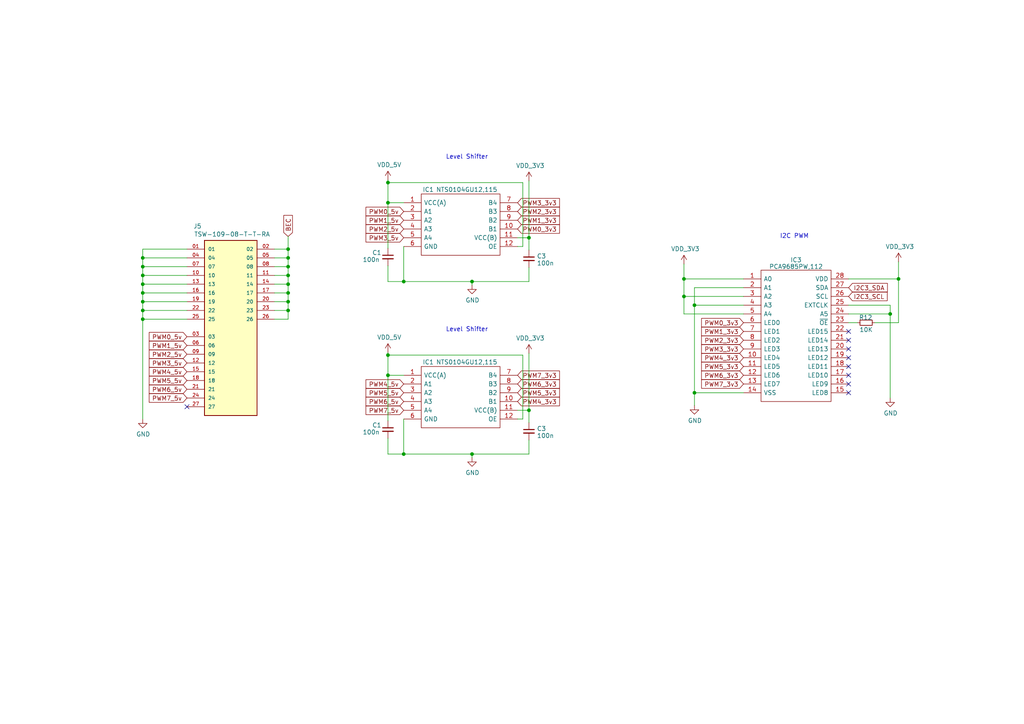
<source format=kicad_sch>
(kicad_sch (version 20230121) (generator eeschema)
  (paper "A4")
  (lib_symbols
    (symbol "Connector:TSW-109-08-T-T-RA" (pin_names (offset 1.016))
      (property "Reference" "J" (at -8.12 25.4 0))
      (property "Value" "TSW-109-08-T-T-RA" (at -7.62 -27.94 0))
      (symbol "TSW-109-08-T-T-RA_0_0"
        (rectangle (start -7.62 25.4) (end 7.62 -25.4) (stroke (width 0.254)) (fill (type background)))
        (pin passive line (at -12.7 22.86 0) (length 5.08) (name "01") (number "01"))
        (pin passive line (at 12.7 22.86 180) (length 5.08) (name "02") (number "02"))
        (pin passive line (at -12.7 -2.54 0) (length 5.08) (name "03") (number "03"))
        (pin passive line (at -12.7 20.32 0) (length 5.08) (name "04") (number "04"))
        (pin passive line (at 12.7 20.32 180) (length 5.08) (name "05") (number "05"))
        (pin passive line (at -12.7 -5.08 0) (length 5.08) (name "06") (number "06"))
        (pin passive line (at -12.7 17.78 0) (length 5.08) (name "07") (number "07"))
        (pin passive line (at 12.7 17.78 180) (length 5.08) (name "08") (number "08"))
        (pin passive line (at -12.7 -7.62 0) (length 5.08) (name "09") (number "09"))
        (pin passive line (at -12.7 15.24 0) (length 5.08) (name "10") (number "10"))
        (pin passive line (at 12.7 15.24 180) (length 5.08) (name "11") (number "11"))
        (pin passive line (at -12.7 -10.16 0) (length 5.08) (name "12") (number "12"))
        (pin passive line (at -12.7 12.7 0) (length 5.08) (name "13") (number "13"))
        (pin passive line (at 12.7 12.7 180) (length 5.08) (name "14") (number "14"))
        (pin passive line (at -12.7 -12.7 0) (length 5.08) (name "15") (number "15"))
        (pin passive line (at -12.7 10.16 0) (length 5.08) (name "16") (number "16"))
        (pin passive line (at 12.7 10.16 180) (length 5.08) (name "17") (number "17"))
        (pin passive line (at -12.7 -15.24 0) (length 5.08) (name "18") (number "18"))
        (pin passive line (at -12.7 7.62 0) (length 5.08) (name "19") (number "19"))
        (pin passive line (at 12.7 7.62 180) (length 5.08) (name "20") (number "20"))
        (pin passive line (at -12.7 -17.78 0) (length 5.08) (name "21") (number "21"))
        (pin passive line (at -12.7 5.08 0) (length 5.08) (name "22") (number "22"))
        (pin passive line (at 12.7 5.08 180) (length 5.08) (name "23") (number "23"))
        (pin passive line (at -12.7 -20.32 0) (length 5.08) (name "24") (number "24"))
        (pin passive line (at -12.7 2.54 0) (length 5.08) (name "25") (number "25"))
        (pin passive line (at 12.7 2.54 180) (length 5.08) (name "26") (number "26"))
        (pin passive line (at -12.7 -22.86 0) (length 5.08) (name "27") (number "27"))
      )
    )
    (symbol "Device:C_Small" (pin_numbers hide) (pin_names (offset 0.254) hide)
      (property "Reference" "C" (at 0.254 1.778 0))
      (property "Value" "C_Small" (at 0.254 -2.032 0))
      (symbol "C_Small_0_1"
        (polyline (pts (xy -1.524 -0.508) (xy 1.524 -0.508)) (stroke (width 0.3302)))
        (polyline (pts (xy -1.524 0.508) (xy 1.524 0.508)) (stroke (width 0.3048)))
      )
      (symbol "C_Small_1_1"
        (pin passive line (at 0 2.54 270) (length 2.032) (name "~") (number "1"))
        (pin passive line (at 0 -2.54 90) (length 2.032) (name "~") (number "2"))
      )
    )
    (symbol "Device:PCA9685PW,112" (pin_names (offset 0.762))
      (property "Reference" "IC" (at 26.67 7.62 0))
      (property "Value" "PCA9685PW,112" (at 26.67 5.08 0))
      (symbol "PCA9685PW,112_0_0"
        (pin passive line (at 0 0 0) (length 5.08) (name "A0") (number "1"))
        (pin passive line (at 0 -22.86 0) (length 5.08) (name "LED4") (number "10"))
        (pin passive line (at 0 -25.4 0) (length 5.08) (name "LED5") (number "11"))
        (pin passive line (at 0 -27.94 0) (length 5.08) (name "LED6") (number "12"))
        (pin passive line (at 0 -30.48 0) (length 5.08) (name "LED7") (number "13"))
        (pin passive line (at 0 -33.02 0) (length 5.08) (name "VSS") (number "14"))
        (pin passive line (at 30.48 -33.02 180) (length 5.08) (name "LED8") (number "15"))
        (pin passive line (at 30.48 -30.48 180) (length 5.08) (name "LED9") (number "16"))
        (pin passive line (at 30.48 -27.94 180) (length 5.08) (name "LED10") (number "17"))
        (pin passive line (at 30.48 -25.4 180) (length 5.08) (name "LED11") (number "18"))
        (pin passive line (at 30.48 -22.86 180) (length 5.08) (name "LED12") (number "19"))
        (pin passive line (at 0 -2.54 0) (length 5.08) (name "A1") (number "2"))
        (pin passive line (at 30.48 -20.32 180) (length 5.08) (name "LED13") (number "20"))
        (pin passive line (at 30.48 -17.78 180) (length 5.08) (name "LED14") (number "21"))
        (pin passive line (at 30.48 -15.24 180) (length 5.08) (name "LED15") (number "22"))
        (pin passive line (at 30.48 -12.7 180) (length 5.08) (name "~{OE}") (number "23"))
        (pin passive line (at 30.48 -10.16 180) (length 5.08) (name "A5") (number "24"))
        (pin passive line (at 30.48 -7.62 180) (length 5.08) (name "EXTCLK") (number "25"))
        (pin passive line (at 30.48 -5.08 180) (length 5.08) (name "SCL") (number "26"))
        (pin passive line (at 30.48 -2.54 180) (length 5.08) (name "SDA") (number "27"))
        (pin passive line (at 30.48 0 180) (length 5.08) (name "VDD") (number "28"))
        (pin passive line (at 0 -5.08 0) (length 5.08) (name "A2") (number "3"))
        (pin passive line (at 0 -7.62 0) (length 5.08) (name "A3") (number "4"))
        (pin passive line (at 0 -10.16 0) (length 5.08) (name "A4") (number "5"))
        (pin passive line (at 0 -12.7 0) (length 5.08) (name "LED0") (number "6"))
        (pin passive line (at 0 -15.24 0) (length 5.08) (name "LED1") (number "7"))
        (pin passive line (at 0 -17.78 0) (length 5.08) (name "LED2") (number "8"))
        (pin passive line (at 0 -20.32 0) (length 5.08) (name "LED3") (number "9"))
      )
      (symbol "PCA9685PW,112_0_1"
        (polyline (pts (xy 5.08 2.54) (xy 25.4 2.54) (xy 25.4 -35.56) (xy 5.08 -35.56) (xy 5.08 2.54)) (stroke (width 0.1524)))
      )
    )
    (symbol "Device:R_Small" (pin_numbers hide) (pin_names (offset 0.254) hide)
      (property "Reference" "R" (at 0.762 0.508 0))
      (property "Value" "R_Small" (at 0.762 -1.016 0))
      (symbol "R_Small_0_1"
        (rectangle (start -0.762 1.778) (end 0.762 -1.778) (stroke (width 0.2032)))
      )
      (symbol "R_Small_1_1"
        (pin passive line (at 0 2.54 270) (length 0.762) (name "~") (number "1"))
        (pin passive line (at 0 -2.54 90) (length 0.762) (name "~") (number "2"))
      )
    )
    (symbol "ares-m-daughterboard:NTS0104GU12,115" (pin_names (offset 0.762))
      (property "Reference" "IC" (at 29.21 7.62 0))
      (property "Value" "NTS0104GU12,115" (at 29.21 5.08 0))
      (symbol "NTS0104GU12,115_0_0"
        (pin passive line (at 0 0 0) (length 5.08) (name "VCC(A)") (number "1"))
        (pin passive line (at 33.02 -7.62 180) (length 5.08) (name "B1") (number "10"))
        (pin passive line (at 33.02 -10.16 180) (length 5.08) (name "VCC(B)") (number "11"))
        (pin passive line (at 33.02 -12.7 180) (length 5.08) (name "OE") (number "12"))
        (pin passive line (at 0 -2.54 0) (length 5.08) (name "A1") (number "2"))
        (pin passive line (at 0 -5.08 0) (length 5.08) (name "A2") (number "3"))
        (pin passive line (at 0 -7.62 0) (length 5.08) (name "A3") (number "4"))
        (pin passive line (at 0 -10.16 0) (length 5.08) (name "A4") (number "5"))
        (pin passive line (at 0 -12.7 0) (length 5.08) (name "GND") (number "6"))
        (pin passive line (at 33.02 0 180) (length 5.08) (name "B4") (number "7"))
        (pin passive line (at 33.02 -2.54 180) (length 5.08) (name "B3") (number "8"))
        (pin passive line (at 33.02 -5.08 180) (length 5.08) (name "B2") (number "9"))
      )
      (symbol "NTS0104GU12,115_0_1"
        (polyline (pts (xy 5.08 2.54) (xy 27.94 2.54) (xy 27.94 -15.24) (xy 5.08 -15.24) (xy 5.08 2.54)) (stroke (width 0.1524)))
      )
    )
    (symbol "kimchi_ulid:VDD_3V3" (power) (pin_names (offset 0))
      (property "Value" "VDD_3V3" (at 0 3.556 0))
      (symbol "VDD_3V3_0_1"
        (polyline (pts (xy -0.762 1.27) (xy 0 2.54)))
        (polyline (pts (xy 0 0) (xy 0 2.54)))
        (polyline (pts (xy 0 2.54) (xy 0.762 1.27)))
      )
      (symbol "VDD_3V3_1_1"
        (pin power_in line (at 0 0 90) (length 0) hide (name "VDD_3V3") (number "1"))
      )
    )
    (symbol "kimchi_ulid:VDD_5V" (power) (pin_names (offset 0))
      (property "Value" "VDD_5V" (at 0 3.556 0))
      (symbol "VDD_5V_0_1"
        (polyline (pts (xy -0.762 1.27) (xy 0 2.54)))
        (polyline (pts (xy 0 0) (xy 0 2.54)))
        (polyline (pts (xy 0 2.54) (xy 0.762 1.27)))
      )
      (symbol "VDD_5V_1_1"
        (pin power_in line (at 0 0 90) (length 0) hide (name "VDD_5V") (number "1"))
      )
    )
    (symbol "power:GND" (power) (pin_names (offset 0))
      (property "Value" "GND" (at 0 -3.81 0))
      (symbol "GND_0_1"
        (polyline (pts (xy 0 0) (xy 0 -1.27) (xy 1.27 -1.27) (xy 0 -2.54) (xy -1.27 -1.27) (xy 0 -1.27)))
      )
      (symbol "GND_1_1"
        (pin power_in line (at 0 0 270) (length 0) hide (name "GND") (number "1"))
      )
    )
  )
  (junction (at 136.906 131.699))
  (junction (at 117.094 131.699))
  (junction (at 153.416 68.961))
  (junction (at 153.416 118.999))
  (junction (at 41.402 79.883))
  (junction (at 201.422 113.919))
  (junction (at 136.906 81.661))
  (junction (at 41.402 74.803))
  (junction (at 112.522 58.801))
  (junction (at 83.566 72.263))
  (junction (at 198.374 85.979))
  (junction (at 198.374 80.899))
  (junction (at 83.566 90.043))
  (junction (at 258.191 91.059))
  (junction (at 83.566 82.423))
  (junction (at 83.566 77.343))
  (junction (at 41.402 92.583))
  (junction (at 41.402 84.963))
  (junction (at 83.566 84.963))
  (junction (at 260.604 80.899))
  (junction (at 41.402 87.503))
  (junction (at 41.402 77.343))
  (junction (at 41.402 90.043))
  (junction (at 201.422 88.519))
  (junction (at 112.522 102.997))
  (junction (at 83.566 74.803))
  (junction (at 117.094 81.661))
  (junction (at 83.566 79.883))
  (junction (at 41.402 82.423))
  (junction (at 83.566 87.503))
  (junction (at 112.522 108.839))
  (junction (at 112.522 52.959))
  (no_connect (at 246.126 98.679))
  (no_connect (at 246.126 113.919))
  (no_connect (at 54.229 117.983))
  (no_connect (at 246.126 103.759))
  (no_connect (at 246.126 111.379))
  (no_connect (at 246.126 96.139))
  (no_connect (at 246.126 106.299))
  (no_connect (at 246.126 101.219))
  (no_connect (at 246.126 108.839))
  (wire (pts (xy 112.522 131.699) (xy 117.094 131.699)))
  (wire (pts (xy 150.114 68.961) (xy 153.416 68.961)))
  (wire (pts (xy 83.566 90.043) (xy 83.566 87.503)))
  (wire (pts (xy 112.522 127.127) (xy 112.522 131.699)))
  (wire (pts (xy 198.374 80.899) (xy 198.374 85.979)))
  (wire (pts (xy 54.229 74.803) (xy 41.402 74.803)))
  (wire (pts (xy 41.402 77.343) (xy 54.229 77.343)))
  (wire (pts (xy 198.374 91.059) (xy 198.374 85.979)))
  (wire (pts (xy 79.629 90.043) (xy 83.566 90.043)))
  (wire (pts (xy 41.402 77.343) (xy 41.402 79.883)))
  (wire (pts (xy 150.114 121.539) (xy 151.638 121.539)))
  (wire (pts (xy 150.114 71.501) (xy 151.638 71.501)))
  (wire (pts (xy 258.191 91.059) (xy 258.191 115.443)))
  (wire (pts (xy 215.646 85.979) (xy 198.374 85.979)))
  (wire (pts (xy 41.402 87.503) (xy 54.229 87.503)))
  (wire (pts (xy 258.191 88.519) (xy 258.191 91.059)))
  (wire (pts (xy 201.422 83.439) (xy 201.422 88.519)))
  (wire (pts (xy 79.629 82.423) (xy 83.566 82.423)))
  (wire (pts (xy 153.416 131.699) (xy 136.906 131.699)))
  (wire (pts (xy 201.422 88.519) (xy 215.646 88.519)))
  (wire (pts (xy 112.522 122.047) (xy 112.522 108.839)))
  (wire (pts (xy 83.566 87.503) (xy 83.566 84.963)))
  (wire (pts (xy 41.402 79.883) (xy 41.402 82.423)))
  (wire (pts (xy 117.094 121.539) (xy 117.094 131.699)))
  (wire (pts (xy 151.638 102.997) (xy 151.638 121.539)))
  (wire (pts (xy 136.906 131.699) (xy 136.906 132.715)))
  (wire (pts (xy 112.522 108.839) (xy 117.094 108.839)))
  (wire (pts (xy 215.646 91.059) (xy 198.374 91.059)))
  (wire (pts (xy 153.416 77.597) (xy 153.416 81.661)))
  (wire (pts (xy 150.114 118.999) (xy 153.416 118.999)))
  (wire (pts (xy 260.604 93.599) (xy 260.604 80.899)))
  (wire (pts (xy 201.422 113.919) (xy 215.646 113.919)))
  (wire (pts (xy 136.906 81.661) (xy 136.906 82.677)))
  (wire (pts (xy 117.094 81.661) (xy 136.906 81.661)))
  (wire (pts (xy 246.126 93.599) (xy 248.666 93.599)))
  (wire (pts (xy 41.402 84.963) (xy 41.402 87.503)))
  (wire (pts (xy 153.416 127.635) (xy 153.416 131.699)))
  (wire (pts (xy 153.416 68.961) (xy 153.416 72.517)))
  (wire (pts (xy 112.522 52.959) (xy 151.638 52.959)))
  (wire (pts (xy 198.374 80.899) (xy 215.646 80.899)))
  (wire (pts (xy 117.094 131.699) (xy 136.906 131.699)))
  (wire (pts (xy 112.522 102.235) (xy 112.522 102.997)))
  (wire (pts (xy 83.566 79.883) (xy 83.566 77.343)))
  (wire (pts (xy 83.566 77.343) (xy 83.566 74.803)))
  (wire (pts (xy 79.629 79.883) (xy 83.566 79.883)))
  (wire (pts (xy 112.522 72.009) (xy 112.522 58.801)))
  (wire (pts (xy 260.604 80.899) (xy 260.604 75.946)))
  (wire (pts (xy 246.126 88.519) (xy 258.191 88.519)))
  (wire (pts (xy 41.402 74.803) (xy 41.402 77.343)))
  (wire (pts (xy 112.522 102.997) (xy 151.638 102.997)))
  (wire (pts (xy 112.522 52.197) (xy 112.522 52.959)))
  (wire (pts (xy 201.422 113.919) (xy 201.422 117.602)))
  (wire (pts (xy 41.402 92.583) (xy 54.229 92.583)))
  (wire (pts (xy 117.094 71.501) (xy 117.094 81.661)))
  (wire (pts (xy 246.126 80.899) (xy 260.604 80.899)))
  (wire (pts (xy 201.422 88.519) (xy 201.422 113.919)))
  (wire (pts (xy 83.566 92.583) (xy 83.566 90.043)))
  (wire (pts (xy 41.402 72.263) (xy 41.402 74.803)))
  (wire (pts (xy 112.522 58.801) (xy 117.094 58.801)))
  (wire (pts (xy 41.402 92.583) (xy 41.402 121.539)))
  (wire (pts (xy 153.416 81.661) (xy 136.906 81.661)))
  (wire (pts (xy 41.402 87.503) (xy 41.402 90.043)))
  (wire (pts (xy 83.566 74.803) (xy 83.566 72.263)))
  (wire (pts (xy 198.374 76.581) (xy 198.374 80.899)))
  (wire (pts (xy 79.629 92.583) (xy 83.566 92.583)))
  (wire (pts (xy 41.402 90.043) (xy 54.229 90.043)))
  (wire (pts (xy 41.402 82.423) (xy 41.402 84.963)))
  (wire (pts (xy 112.522 102.997) (xy 112.522 108.839)))
  (wire (pts (xy 153.416 118.999) (xy 153.416 122.555)))
  (wire (pts (xy 79.629 84.963) (xy 83.566 84.963)))
  (wire (pts (xy 215.646 83.439) (xy 201.422 83.439)))
  (wire (pts (xy 153.416 68.961) (xy 153.416 52.451)))
  (wire (pts (xy 151.638 52.959) (xy 151.638 71.501)))
  (wire (pts (xy 41.402 79.883) (xy 54.229 79.883)))
  (wire (pts (xy 112.522 52.959) (xy 112.522 58.801)))
  (wire (pts (xy 41.402 90.043) (xy 41.402 92.583)))
  (wire (pts (xy 83.566 82.423) (xy 83.566 79.883)))
  (wire (pts (xy 153.416 118.999) (xy 153.416 102.489)))
  (wire (pts (xy 246.126 91.059) (xy 258.191 91.059)))
  (wire (pts (xy 112.522 81.661) (xy 117.094 81.661)))
  (wire (pts (xy 41.402 82.423) (xy 54.229 82.423)))
  (wire (pts (xy 79.629 72.263) (xy 83.566 72.263)))
  (wire (pts (xy 83.566 84.963) (xy 83.566 82.423)))
  (wire (pts (xy 79.629 87.503) (xy 83.566 87.503)))
  (wire (pts (xy 41.402 84.963) (xy 54.229 84.963)))
  (wire (pts (xy 41.402 72.263) (xy 54.229 72.263)))
  (wire (pts (xy 112.522 77.089) (xy 112.522 81.661)))
  (wire (pts (xy 83.566 72.263) (xy 83.566 68.58)))
  (wire (pts (xy 79.629 77.343) (xy 83.566 77.343)))
  (wire (pts (xy 253.746 93.599) (xy 260.604 93.599)))
  (wire (pts (xy 79.629 74.803) (xy 83.566 74.803)))
  (text "Level Shifter" (at 129.286 96.393 0) (effects (font (size 1.27 1.27)) (justify left bottom)))
  (text "I2C PWM" (at 226.187 69.342 0) (effects (font (size 1.27 1.27)) (justify left bottom)))
  (text "Level Shifter" (at 129.286 46.355 0) (effects (font (size 1.27 1.27)) (justify left bottom)))
  (global_label "BEC" (shape input) (at 83.566 68.58 90) (property "Intersheetrefs" "${INTERSHEET_REFS}" (effects hide)))
  (global_label "PWM7_5v" (shape input) (at 117.094 118.999 180) (property "Intersheetrefs" "${INTERSHEET_REFS}" (effects hide)))
  (global_label "PWM3_5v" (shape input) (at 54.229 105.283 180) (property "Intersheetrefs" "${INTERSHEET_REFS}" (effects hide)))
  (global_label "I2C3_SDA" (shape input) (at 246.126 83.439 0) (property "Intersheetrefs" "${INTERSHEET_REFS}" (effects hide)))
  (global_label "PWM2_5v" (shape input) (at 117.094 66.421 180) (property "Intersheetrefs" "${INTERSHEET_REFS}" (effects hide)))
  (global_label "PWM5_5v" (shape input) (at 54.229 110.363 180) (property "Intersheetrefs" "${INTERSHEET_REFS}" (effects hide)))
  (global_label "PWM1_3v3" (shape input) (at 215.646 96.139 180) (property "Intersheetrefs" "${INTERSHEET_REFS}" (effects hide)))
  (global_label "PWM5_5v" (shape input) (at 117.094 113.919 180) (property "Intersheetrefs" "${INTERSHEET_REFS}" (effects hide)))
  (global_label "PWM4_5v" (shape input) (at 54.229 107.823 180) (property "Intersheetrefs" "${INTERSHEET_REFS}" (effects hide)))
  (global_label "PWM3_3v3" (shape input) (at 150.114 58.801 0) (property "Intersheetrefs" "${INTERSHEET_REFS}" (effects hide)))
  (global_label "PWM2_3v3" (shape input) (at 150.114 61.341 0) (property "Intersheetrefs" "${INTERSHEET_REFS}" (effects hide)))
  (global_label "PWM0_5v" (shape input) (at 54.229 97.663 180) (property "Intersheetrefs" "${INTERSHEET_REFS}" (effects hide)))
  (global_label "PWM5_3v3" (shape input) (at 150.114 113.919 0) (property "Intersheetrefs" "${INTERSHEET_REFS}" (effects hide)))
  (global_label "PWM6_5v" (shape input) (at 117.094 116.459 180) (property "Intersheetrefs" "${INTERSHEET_REFS}" (effects hide)))
  (global_label "PWM1_5v" (shape input) (at 117.094 63.881 180) (property "Intersheetrefs" "${INTERSHEET_REFS}" (effects hide)))
  (global_label "PWM0_3v3" (shape input) (at 150.114 66.421 0) (property "Intersheetrefs" "${INTERSHEET_REFS}" (effects hide)))
  (global_label "I2C3_SCL" (shape input) (at 246.126 85.979 0) (property "Intersheetrefs" "${INTERSHEET_REFS}" (effects hide)))
  (global_label "PWM2_5v" (shape input) (at 54.229 102.743 180) (property "Intersheetrefs" "${INTERSHEET_REFS}" (effects hide)))
  (global_label "PWM3_5v" (shape input) (at 117.094 68.961 180) (property "Intersheetrefs" "${INTERSHEET_REFS}" (effects hide)))
  (global_label "PWM4_3v3" (shape input) (at 215.646 103.759 180) (property "Intersheetrefs" "${INTERSHEET_REFS}" (effects hide)))
  (global_label "PWM6_5v" (shape input) (at 54.229 112.903 180) (property "Intersheetrefs" "${INTERSHEET_REFS}" (effects hide)))
  (global_label "PWM7_5v" (shape input) (at 54.229 115.443 180) (property "Intersheetrefs" "${INTERSHEET_REFS}" (effects hide)))
  (global_label "PWM1_3v3" (shape input) (at 150.114 63.881 0) (property "Intersheetrefs" "${INTERSHEET_REFS}" (effects hide)))
  (global_label "PWM4_3v3" (shape input) (at 150.114 116.459 0) (property "Intersheetrefs" "${INTERSHEET_REFS}" (effects hide)))
  (global_label "PWM3_3v3" (shape input) (at 215.646 101.219 180) (property "Intersheetrefs" "${INTERSHEET_REFS}" (effects hide)))
  (global_label "PWM0_3v3" (shape input) (at 215.646 93.599 180) (property "Intersheetrefs" "${INTERSHEET_REFS}" (effects hide)))
  (global_label "PWM4_5v" (shape input) (at 117.094 111.379 180) (property "Intersheetrefs" "${INTERSHEET_REFS}" (effects hide)))
  (global_label "PWM6_3v3" (shape input) (at 215.646 108.839 180) (property "Intersheetrefs" "${INTERSHEET_REFS}" (effects hide)))
  (global_label "PWM2_3v3" (shape input) (at 215.646 98.679 180) (property "Intersheetrefs" "${INTERSHEET_REFS}" (effects hide)))
  (global_label "PWM6_3v3" (shape input) (at 150.114 111.379 0) (property "Intersheetrefs" "${INTERSHEET_REFS}" (effects hide)))
  (global_label "PWM0_5v" (shape input) (at 117.094 61.341 180) (property "Intersheetrefs" "${INTERSHEET_REFS}" (effects hide)))
  (global_label "PWM5_3v3" (shape input) (at 215.646 106.299 180) (property "Intersheetrefs" "${INTERSHEET_REFS}" (effects hide)))
  (global_label "PWM1_5v" (shape input) (at 54.229 100.203 180) (property "Intersheetrefs" "${INTERSHEET_REFS}" (effects hide)))
  (global_label "PWM7_3v3" (shape input) (at 150.114 108.839 0) (property "Intersheetrefs" "${INTERSHEET_REFS}" (effects hide)))
  (global_label "PWM7_3v3" (shape input) (at 215.646 111.379 180) (property "Intersheetrefs" "${INTERSHEET_REFS}" (effects hide)))
  (symbol (lib_id "Connector:TSW-109-08-T-T-RA") (at 66.929 95.123 0) (unit 1)
    (property "Reference" "J5" (at 57.277 65.6049 0))
    (property "Value" "TSW-109-08-T-T-RA" (at 67.31 67.945 0))
    (property "Footprint" "drone-control:SAMTEC_TSW-109-08-T-T-RA" (effects hide))
    (property "MANUFACTURER" "Samtec" (effects hide))
    (property "PARTREV" "R" (effects hide))
    (property "STANDARD" "Manufacturer Recommendations" (effects hide))
  )
  (symbol (lib_id "kimchi_ulid:VDD_3V3") (at 260.604 75.946 0) (unit 1)
    (property "Reference" "#PWR027" (effects hide))
    (property "Value" "VDD_3V3" (at 260.985 71.5518 0))
    (instances (project "drone-control" (path "" (reference "#PWR027") (unit 1)) (path "" (reference "#PWR036") (unit 1))))
  )
  (symbol (lib_id "kimchi_ulid:VDD_3V3") (at 153.416 52.451 0) (unit 1)
    (property "Reference" "#PWR027" (effects hide))
    (property "Value" "VDD_3V3" (at 153.797 48.0568 0))
    (instances (project "drone-control" (path "" (reference "#PWR027") (unit 1)) (path "" (reference "#PWR032") (unit 1))))
  )
  (symbol (lib_id "power:GND") (at 136.906 82.677 0) (unit 1)
    (property "Reference" "#PWR025" (effects hide))
    (property "Value" "GND" (at 137.033 87.0712 0))
    (instances (project "drone-control" (path "" (reference "#PWR025") (unit 1)) (path "" (reference "#PWR031") (unit 1))))
  )
  (symbol (lib_id "Device:C_Small") (at 112.522 74.549 0) (unit 1)
    (property "Reference" "C1" (at 107.95 73.279 0) (effects (justify left)))
    (property "Value" "100n" (at 105.156 75.311 0) (effects (justify left)))
    (property "Footprint" "Capacitor_SMD:C_0402_1005Metric" (effects hide))
    (instances (project "drone-control" (path "" (reference "C1") (unit 1)) (path "" (reference "C6") (unit 1))))
  )
  (symbol (lib_id "Device:C_Small") (at 112.522 124.587 0) (unit 1)
    (property "Reference" "C1" (at 107.95 123.317 0) (effects (justify left)))
    (property "Value" "100n" (at 105.156 125.349 0) (effects (justify left)))
    (property "Footprint" "Capacitor_SMD:C_0402_1005Metric" (effects hide))
    (instances (project "drone-control" (path "" (reference "C1") (unit 1)) (path "" (reference "C8") (unit 1))))
  )
  (symbol (lib_id "Device:PCA9685PW,112") (at 215.646 80.899 0) (unit 1)
    (property "Reference" "IC3" (at 230.886 75.3999 0))
    (property "Value" "PCA9685PW,112" (at 230.886 77.3209 0))
    (property "Footprint" "drone-control:SOP65P640X110-28N" (effects hide))
    (property "Datasheet" "http://www.nxp.com/docs/en/data-sheet/PCA9685.pdf" (effects hide))
    (property "Description" "16-channel, 12-bit PWM Fm+ I2C-bus LED controller" (effects hide))
    (property "Height" "1.1" (effects hide))
    (property "Mouser Part Number" "771-PCA9685PW,112" (effects hide))
    (property "Mouser Price/Stock" "https://www.mouser.co.uk/ProductDetail/NXP-Semiconductors/PCA9685PW112?qs=6YAT8rHPFU9wZqiAeiOMZw%3D%3D" (effects hide))
    (property "Manufacturer_Name" "NXP" (effects hide))
    (property "Manufacturer_Part_Number" "PCA9685PW,112" (effects hide))
  )
  (symbol (lib_id "power:GND") (at 41.402 121.539 0) (unit 1)
    (property "Reference" "#PWR025" (effects hide))
    (property "Value" "GND" (at 41.529 125.9332 0))
    (instances (project "drone-control" (path "" (reference "#PWR025") (unit 1)) (path "" (reference "#PWR040") (unit 1))))
  )
  (symbol (lib_id "Device:C_Small") (at 153.416 75.057 0) (unit 1)
    (property "Reference" "C3" (at 155.702 74.295 0) (effects (justify left)))
    (property "Value" "100n" (at 155.702 76.327 0) (effects (justify left)))
    (property "Footprint" "Capacitor_SMD:C_0402_1005Metric" (effects hide))
    (instances (project "drone-control" (path "" (reference "C3") (unit 1)) (path "" (reference "C7") (unit 1))))
  )
  (symbol (lib_id "ares-m-daughterboard:NTS0104GU12,115") (at 117.094 108.839 0) (unit 1)
    (property "Reference" "IC1" (at 124.206 105.029 0))
    (property "Value" "NTS0104GU12,115" (at 135.382 105.029 0))
    (property "Footprint" "drone-control:NTS0104GU12115" (effects hide))
    (property "Datasheet" "https://componentsearchengine.com/Datasheets/2/NTS0104GU12,115.pdf" (effects hide))
    (property "Description" "Translation - Voltage Levels 5.8ns 5.5V 250mW OD" (effects hide))
    (property "Mouser Part Number" "771-NTS0104GU12115" (effects hide))
    (property "Mouser Price/Stock" "https://www.mouser.co.uk/ProductDetail/NXP-Semiconductors/NTS0104GU12115?qs=A1cBxND5mHLxKBBpk2Em8w%3D%3D" (effects hide))
    (property "Manufacturer_Name" "PHILIPS" (effects hide))
    (property "Manufacturer_Part_Number" "NTS0104GU12,115" (effects hide))
    (instances (project "drone-control" (path "" (reference "IC1") (unit 1)) (path "" (reference "IC5") (unit 1))))
  )
  (symbol (lib_id "ares-m-daughterboard:NTS0104GU12,115") (at 117.094 58.801 0) (unit 1)
    (property "Reference" "IC1" (at 124.206 54.991 0))
    (property "Value" "NTS0104GU12,115" (at 135.382 54.991 0))
    (property "Footprint" "drone-control:NTS0104GU12115" (effects hide))
    (property "Datasheet" "https://componentsearchengine.com/Datasheets/2/NTS0104GU12,115.pdf" (effects hide))
    (property "Description" "Translation - Voltage Levels 5.8ns 5.5V 250mW OD" (effects hide))
    (property "Mouser Part Number" "771-NTS0104GU12115" (effects hide))
    (property "Mouser Price/Stock" "https://www.mouser.co.uk/ProductDetail/NXP-Semiconductors/NTS0104GU12115?qs=A1cBxND5mHLxKBBpk2Em8w%3D%3D" (effects hide))
    (property "Manufacturer_Name" "PHILIPS" (effects hide))
    (property "Manufacturer_Part_Number" "NTS0104GU12,115" (effects hide))
    (instances (project "drone-control" (path "" (reference "IC1") (unit 1)) (path "" (reference "IC4") (unit 1))))
  )
  (symbol (lib_id "kimchi_ulid:VDD_5V") (at 112.522 52.197 0) (unit 1)
    (property "Reference" "#PWR09" (effects hide))
    (property "Value" "VDD_5V" (at 112.903 47.8028 0))
    (instances (project "drone-control" (path "" (reference "#PWR09") (unit 1)) (path "" (reference "#PWR030") (unit 1))))
  )
  (symbol (lib_id "power:GND") (at 136.906 132.715 0) (unit 1)
    (property "Reference" "#PWR025" (effects hide))
    (property "Value" "GND" (at 137.033 137.1092 0))
    (instances (project "drone-control" (path "" (reference "#PWR025") (unit 1)) (path "" (reference "#PWR034") (unit 1))))
  )
  (symbol (lib_id "Device:R_Small") (at 251.206 93.599 90) (unit 1)
    (property "Reference" "R12" (at 251.079 92.075 90))
    (property "Value" "10K" (at 251.206 95.631 90))
    (property "Footprint" "Resistor_SMD:R_0402_1005Metric" (effects hide))
  )
  (symbol (lib_id "kimchi_ulid:VDD_3V3") (at 153.416 102.489 0) (unit 1)
    (property "Reference" "#PWR027" (effects hide))
    (property "Value" "VDD_3V3" (at 153.797 98.0948 0))
    (instances (project "drone-control" (path "" (reference "#PWR027") (unit 1)) (path "" (reference "#PWR035") (unit 1))))
  )
  (symbol (lib_id "Device:C_Small") (at 153.416 125.095 0) (unit 1)
    (property "Reference" "C3" (at 155.702 124.333 0) (effects (justify left)))
    (property "Value" "100n" (at 155.702 126.365 0) (effects (justify left)))
    (property "Footprint" "Capacitor_SMD:C_0402_1005Metric" (effects hide))
    (instances (project "drone-control" (path "" (reference "C3") (unit 1)) (path "" (reference "C9") (unit 1))))
  )
  (symbol (lib_id "power:GND") (at 258.191 115.443 0) (unit 1)
    (property "Reference" "#PWR014" (effects hide))
    (property "Value" "GND" (at 258.318 119.8372 0))
    (instances (project "drone-control" (path "" (reference "#PWR014") (unit 1)) (path "" (reference "#PWR038") (unit 1))))
  )
  (symbol (lib_id "power:GND") (at 201.422 117.602 0) (unit 1)
    (property "Reference" "#PWR014" (effects hide))
    (property "Value" "GND" (at 201.549 121.9962 0))
    (instances (project "drone-control" (path "" (reference "#PWR014") (unit 1)) (path "" (reference "#PWR037") (unit 1))))
  )
  (symbol (lib_id "kimchi_ulid:VDD_3V3") (at 198.374 76.581 0) (unit 1)
    (property "Reference" "#PWR027" (effects hide))
    (property "Value" "VDD_3V3" (at 198.755 72.1868 0))
    (instances (project "drone-control" (path "" (reference "#PWR027") (unit 1)) (path "" (reference "#PWR039") (unit 1))))
  )
  (symbol (lib_id "kimchi_ulid:VDD_5V") (at 112.522 102.235 0) (unit 1)
    (property "Reference" "#PWR09" (effects hide))
    (property "Value" "VDD_5V" (at 112.903 97.8408 0))
    (instances (project "drone-control" (path "" (reference "#PWR09") (unit 1)) (path "" (reference "#PWR033") (unit 1))))
  )
)
</source>
